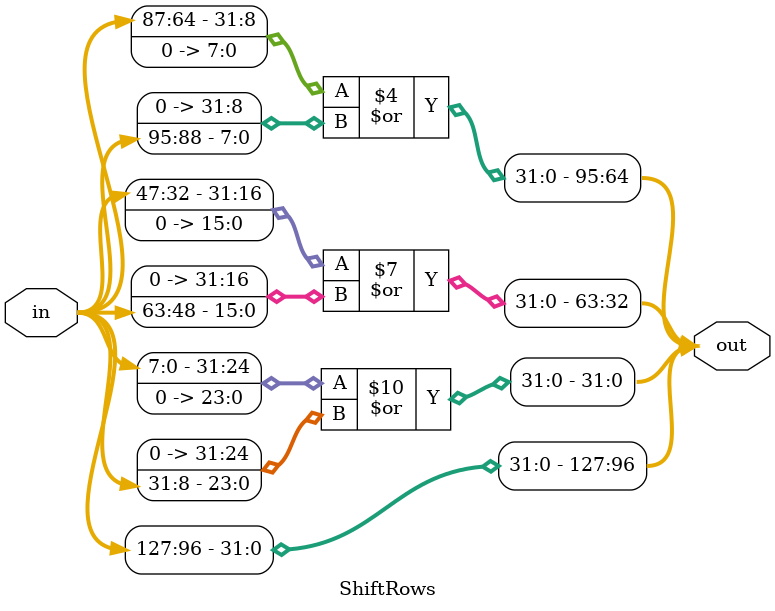
<source format=sv>

/*
    assume the input is a 16x16 byte matrix
    input:          output:
    87 F2 4D 97 ---> 87 F2 4D 97
    EC 6E 4C 90 ---> 6E 4C 90 EC
    4A C3 46 E7 ---> 46 E7 4A C3
    8C D8 95 A6 ---> A6 8C D8 95
*/


module ShiftRows (
    input logic [127:0] in,
    output logic [127:0] out
);

    always_comb begin
        // 1st row unchanged
        out[127:96] = in[127:96];
        // 2nd row 1-byte circular left shift
        out[95:64] = (in[95:64] << 8) | (in[95:64] >> 24);
        // 3rd row 2-byte circular left shift
        out[63:32] = (in[63:32] << 16) | (in[63:32] >> 16);
        // 4th row 3-byte circular left shift
        out[31:0] = (in[31:0] << 24) | (in[31:0] >> 8);
    end

endmodule

</source>
